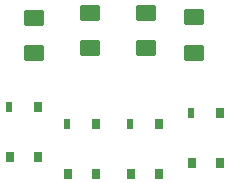
<source format=gtp>
%TF.GenerationSoftware,KiCad,Pcbnew,8.0.3*%
%TF.CreationDate,2024-07-29T19:47:32-06:00*%
%TF.ProjectId,SaintCon Says Badge,5361696e-7443-46f6-9e20-536179732042,rev?*%
%TF.SameCoordinates,Original*%
%TF.FileFunction,Paste,Top*%
%TF.FilePolarity,Positive*%
%FSLAX46Y46*%
G04 Gerber Fmt 4.6, Leading zero omitted, Abs format (unit mm)*
G04 Created by KiCad (PCBNEW 8.0.3) date 2024-07-29 19:47:32*
%MOMM*%
%LPD*%
G01*
G04 APERTURE LIST*
G04 Aperture macros list*
%AMRoundRect*
0 Rectangle with rounded corners*
0 $1 Rounding radius*
0 $2 $3 $4 $5 $6 $7 $8 $9 X,Y pos of 4 corners*
0 Add a 4 corners polygon primitive as box body*
4,1,4,$2,$3,$4,$5,$6,$7,$8,$9,$2,$3,0*
0 Add four circle primitives for the rounded corners*
1,1,$1+$1,$2,$3*
1,1,$1+$1,$4,$5*
1,1,$1+$1,$6,$7*
1,1,$1+$1,$8,$9*
0 Add four rect primitives between the rounded corners*
20,1,$1+$1,$2,$3,$4,$5,0*
20,1,$1+$1,$4,$5,$6,$7,0*
20,1,$1+$1,$6,$7,$8,$9,0*
20,1,$1+$1,$8,$9,$2,$3,0*%
G04 Aperture macros list end*
%ADD10R,0.674000X0.836000*%
%ADD11R,0.588000X0.858000*%
%ADD12R,0.674000X0.858000*%
%ADD13RoundRect,0.250001X0.624999X-0.462499X0.624999X0.462499X-0.624999X0.462499X-0.624999X-0.462499X0*%
%ADD14RoundRect,0.250001X-0.624999X0.462499X-0.624999X-0.462499X0.624999X-0.462499X0.624999X0.462499X0*%
G04 APERTURE END LIST*
D10*
%TO.C,SW4*%
X150113000Y-96368000D03*
D11*
X150030000Y-92135000D03*
D10*
X152487000Y-96368000D03*
D12*
X152487000Y-92135000D03*
%TD*%
D10*
%TO.C,SW1*%
X134703000Y-95848000D03*
D11*
X134620000Y-91615000D03*
D10*
X137077000Y-95848000D03*
D12*
X137077000Y-91615000D03*
%TD*%
D10*
%TO.C,SW3*%
X144913000Y-97233000D03*
D11*
X144830000Y-93000000D03*
D10*
X147287000Y-97233000D03*
D12*
X147287000Y-93000000D03*
%TD*%
D10*
%TO.C,SW2*%
X139613000Y-97233000D03*
D11*
X139530000Y-93000000D03*
D10*
X141987000Y-97233000D03*
D12*
X141987000Y-93000000D03*
%TD*%
D13*
%TO.C,D4*%
X150250000Y-86975000D03*
X150250000Y-84000000D03*
%TD*%
%TO.C,D1*%
X136750000Y-87000000D03*
X136750000Y-84025000D03*
%TD*%
D14*
%TO.C,D2*%
X141500000Y-83602500D03*
X141500000Y-86577500D03*
%TD*%
%TO.C,D3*%
X146250000Y-83602500D03*
X146250000Y-86577500D03*
%TD*%
M02*

</source>
